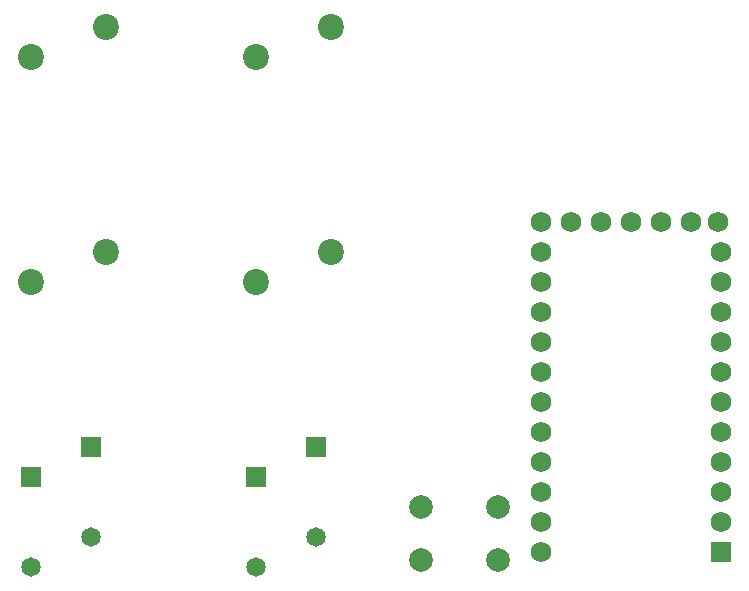
<source format=gbr>
%TF.GenerationSoftware,KiCad,Pcbnew,(5.1.7)-1*%
%TF.CreationDate,2020-10-24T11:29:13-04:00*%
%TF.ProjectId,example-keyboard,6578616d-706c-4652-9d6b-6579626f6172,rev?*%
%TF.SameCoordinates,Original*%
%TF.FileFunction,Copper,L1,Top*%
%TF.FilePolarity,Positive*%
%FSLAX46Y46*%
G04 Gerber Fmt 4.6, Leading zero omitted, Abs format (unit mm)*
G04 Created by KiCad (PCBNEW (5.1.7)-1) date 2020-10-24 11:29:13*
%MOMM*%
%LPD*%
G01*
G04 APERTURE LIST*
%TA.AperFunction,ComponentPad*%
%ADD10C,1.752600*%
%TD*%
%TA.AperFunction,ComponentPad*%
%ADD11R,1.752600X1.752600*%
%TD*%
%TA.AperFunction,ComponentPad*%
%ADD12C,2.000000*%
%TD*%
%TA.AperFunction,ComponentPad*%
%ADD13C,2.200000*%
%TD*%
%TA.AperFunction,ComponentPad*%
%ADD14R,1.651000X1.651000*%
%TD*%
%TA.AperFunction,ComponentPad*%
%ADD15C,1.651000*%
%TD*%
G04 APERTURE END LIST*
D10*
%TO.P,U1,25*%
%TO.N,Net-(U1-Pad25)*%
X129540000Y-69850000D03*
%TO.P,U1,26*%
%TO.N,Net-(U1-Pad26)*%
X127000000Y-69850000D03*
%TO.P,U1,27*%
%TO.N,Net-(U1-Pad27)*%
X124460000Y-69850000D03*
%TO.P,U1,28*%
%TO.N,Net-(U1-Pad28)*%
X121920000Y-69850000D03*
%TO.P,U1,29*%
%TO.N,Net-(U1-Pad29)*%
X119380000Y-69850000D03*
%TO.P,U1,24*%
%TO.N,Net-(U1-Pad24)*%
X116840000Y-97790000D03*
%TO.P,U1,12*%
%TO.N,Net-(U1-Pad12)*%
X131851400Y-69850000D03*
%TO.P,U1,23*%
%TO.N,GND*%
X116840000Y-95250000D03*
%TO.P,U1,22*%
%TO.N,Net-(SW1-Pad1)*%
X116840000Y-92710000D03*
%TO.P,U1,21*%
%TO.N,Net-(U1-Pad21)*%
X116840000Y-90170000D03*
%TO.P,U1,20*%
%TO.N,COL1*%
X116840000Y-87630000D03*
%TO.P,U1,19*%
%TO.N,COL2*%
X116840000Y-85090000D03*
%TO.P,U1,18*%
%TO.N,ROW2*%
X116840000Y-82550000D03*
%TO.P,U1,17*%
%TO.N,ROW1*%
X116840000Y-80010000D03*
%TO.P,U1,16*%
%TO.N,Net-(U1-Pad16)*%
X116840000Y-77470000D03*
%TO.P,U1,15*%
%TO.N,Net-(U1-Pad15)*%
X116840000Y-74930000D03*
%TO.P,U1,14*%
%TO.N,Net-(U1-Pad14)*%
X116840000Y-72390000D03*
%TO.P,U1,13*%
%TO.N,Net-(U1-Pad13)*%
X116840000Y-69850000D03*
%TO.P,U1,11*%
%TO.N,Net-(U1-Pad11)*%
X132080000Y-72390000D03*
%TO.P,U1,10*%
%TO.N,Net-(U1-Pad10)*%
X132080000Y-74930000D03*
%TO.P,U1,9*%
%TO.N,Net-(U1-Pad9)*%
X132080000Y-77470000D03*
%TO.P,U1,8*%
%TO.N,Net-(U1-Pad8)*%
X132080000Y-80010000D03*
%TO.P,U1,7*%
%TO.N,Net-(U1-Pad7)*%
X132080000Y-82550000D03*
%TO.P,U1,6*%
%TO.N,Net-(U1-Pad6)*%
X132080000Y-85090000D03*
%TO.P,U1,5*%
%TO.N,Net-(U1-Pad5)*%
X132080000Y-87630000D03*
%TO.P,U1,4*%
%TO.N,GND*%
X132080000Y-90170000D03*
%TO.P,U1,3*%
X132080000Y-92710000D03*
%TO.P,U1,2*%
%TO.N,Net-(U1-Pad2)*%
X132080000Y-95250000D03*
D11*
%TO.P,U1,1*%
%TO.N,Net-(U1-Pad1)*%
X132080000Y-97790000D03*
%TD*%
D12*
%TO.P,SW1,1*%
%TO.N,Net-(SW1-Pad1)*%
X113180000Y-93980000D03*
%TO.P,SW1,2*%
%TO.N,GND*%
X113180000Y-98480000D03*
%TO.P,SW1,1*%
%TO.N,Net-(SW1-Pad1)*%
X106680000Y-93980000D03*
%TO.P,SW1,2*%
%TO.N,GND*%
X106680000Y-98480000D03*
%TD*%
D13*
%TO.P,MX4,2*%
%TO.N,Net-(D4-Pad2)*%
X92710000Y-74930000D03*
%TO.P,MX4,1*%
%TO.N,ROW2*%
X99060000Y-72390000D03*
%TD*%
%TO.P,MX3,2*%
%TO.N,Net-(D2-Pad2)*%
X73660000Y-74930000D03*
%TO.P,MX3,1*%
%TO.N,ROW1*%
X80010000Y-72390000D03*
%TD*%
%TO.P,MX2,2*%
%TO.N,Net-(D3-Pad2)*%
X92710000Y-55880000D03*
%TO.P,MX2,1*%
%TO.N,ROW2*%
X99060000Y-53340000D03*
%TD*%
%TO.P,MX1,2*%
%TO.N,Net-(D1-Pad2)*%
X73660000Y-55880000D03*
%TO.P,MX1,1*%
%TO.N,ROW1*%
X80010000Y-53340000D03*
%TD*%
D14*
%TO.P,D4,2*%
%TO.N,Net-(D4-Pad2)*%
X97790000Y-88900000D03*
D15*
%TO.P,D4,1*%
%TO.N,COL2*%
X97790000Y-96520000D03*
%TD*%
D14*
%TO.P,D3,2*%
%TO.N,Net-(D3-Pad2)*%
X92710000Y-91440000D03*
D15*
%TO.P,D3,1*%
%TO.N,COL1*%
X92710000Y-99060000D03*
%TD*%
D14*
%TO.P,D2,2*%
%TO.N,Net-(D2-Pad2)*%
X78740000Y-88900000D03*
D15*
%TO.P,D2,1*%
%TO.N,COL2*%
X78740000Y-96520000D03*
%TD*%
D14*
%TO.P,D1,2*%
%TO.N,Net-(D1-Pad2)*%
X73660000Y-91440000D03*
D15*
%TO.P,D1,1*%
%TO.N,COL1*%
X73660000Y-99060000D03*
%TD*%
M02*

</source>
